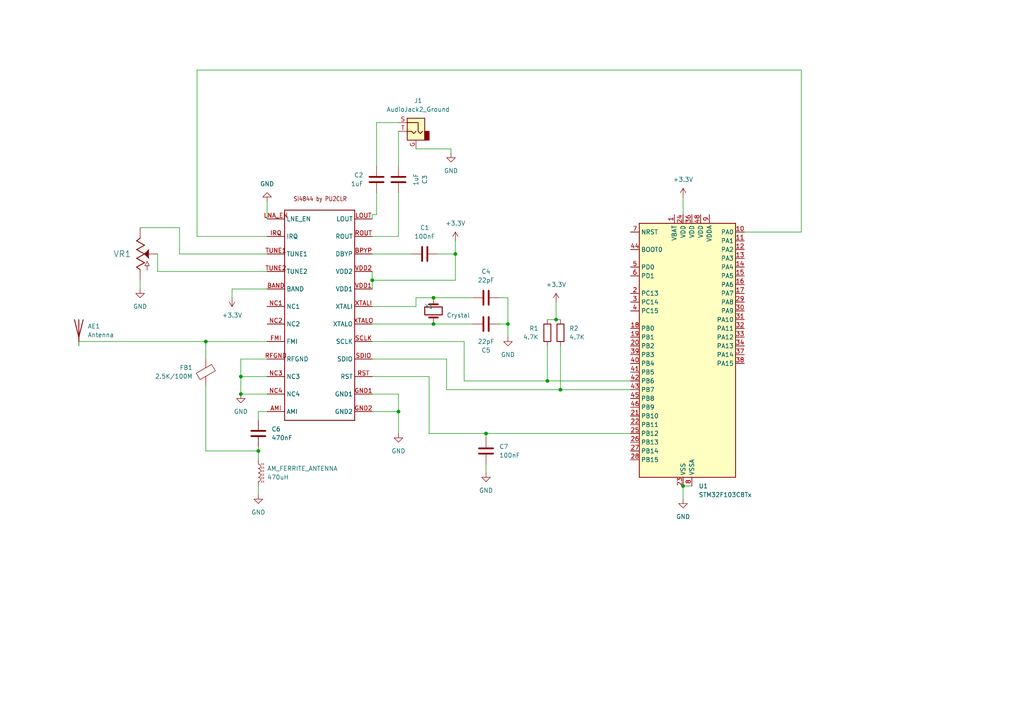
<source format=kicad_sch>
(kicad_sch (version 20230121) (generator eeschema)
  (paper "A4")
  (title_block (title "SI4844 and STM32F103X Setup") (company "Ricardo Lima Caratti"))
  (lib_symbols
    (symbol "Connector_Audio:AudioJack2_Ground"
      (property "Reference" "J" (at 0 8.89 0))
      (property "Value" "AudioJack2_Ground" (at 0 6.35 0))
      (symbol "AudioJack2_Ground_0_1"
        (rectangle (start -2.54 -2.54) (end -3.81 0) (stroke (width 0.254)) (fill (type outline)))
        (polyline (pts (xy 0 0) (xy 0.635 -0.635) (xy 1.27 0) (xy 2.54 0)) (stroke (width 0.254)))
        (polyline (pts (xy 2.54 2.54) (xy -0.635 2.54) (xy -0.635 0) (xy -1.27 -0.635) (xy -1.905 0)) (stroke (width 0.254)))
        (rectangle (start 2.54 3.81) (end -2.54 -2.54) (stroke (width 0.254)) (fill (type background)))
      )
      (symbol "AudioJack2_Ground_1_1"
        (pin passive line (at 0 -5.08 90) (length 2.54) (name "~") (number "G"))
        (pin passive line (at 5.08 2.54 180) (length 2.54) (name "~") (number "S"))
        (pin passive line (at 5.08 0 180) (length 2.54) (name "~") (number "T"))
      )
    )
    (symbol "Device:Antenna" (pin_numbers hide) (pin_names (offset 1.016) hide)
      (property "Reference" "AE" (at -1.905 1.905 0))
      (property "Value" "Antenna" (at -1.905 0 0))
      (symbol "Antenna_0_1"
        (polyline (pts (xy 0 2.54) (xy 0 -3.81)) (stroke (width 0.254)))
        (polyline (pts (xy 1.27 2.54) (xy 0 -2.54) (xy -1.27 2.54)) (stroke (width 0.254)))
      )
      (symbol "Antenna_1_1"
        (pin input line (at 0 -5.08 90) (length 2.54) (name "A") (number "1"))
      )
    )
    (symbol "Device:C" (pin_numbers hide) (pin_names (offset 0.254))
      (property "Reference" "C" (at 0.635 2.54 0))
      (property "Value" "C" (at 0.635 -2.54 0))
      (symbol "C_0_1"
        (polyline (pts (xy -2.032 -0.762) (xy 2.032 -0.762)) (stroke (width 0.508)))
        (polyline (pts (xy -2.032 0.762) (xy 2.032 0.762)) (stroke (width 0.508)))
      )
      (symbol "C_1_1"
        (pin passive line (at 0 3.81 270) (length 2.794) (name "~") (number "1"))
        (pin passive line (at 0 -3.81 90) (length 2.794) (name "~") (number "2"))
      )
    )
    (symbol "Device:Crystal" (pin_numbers hide) (pin_names (offset 1.016) hide)
      (property "Reference" "Y" (at 0 3.81 0))
      (property "Value" "Crystal" (at 0 -3.81 0))
      (symbol "Crystal_0_1"
        (rectangle (start -1.143 2.54) (end 1.143 -2.54) (stroke (width 0.3048)))
        (polyline (pts (xy -2.54 0) (xy -1.905 0)))
        (polyline (pts (xy -1.905 -1.27) (xy -1.905 1.27)) (stroke (width 0.508)))
        (polyline (pts (xy 1.905 -1.27) (xy 1.905 1.27)) (stroke (width 0.508)))
        (polyline (pts (xy 2.54 0) (xy 1.905 0)))
      )
      (symbol "Crystal_1_1"
        (pin passive line (at -3.81 0 0) (length 1.27) (name "1") (number "1"))
        (pin passive line (at 3.81 0 180) (length 1.27) (name "2") (number "2"))
      )
    )
    (symbol "Device:FerriteBead" (pin_numbers hide) (pin_names (offset 0))
      (property "Reference" "FB" (at -3.81 0.635 90))
      (property "Value" "FerriteBead" (at 3.81 0 90))
      (symbol "FerriteBead_0_1"
        (polyline (pts (xy 0 -1.27) (xy 0 -1.2192)))
        (polyline (pts (xy 0 1.27) (xy 0 1.2954)))
        (polyline (pts (xy -2.7686 0.4064) (xy -1.7018 2.2606) (xy 2.7686 -0.3048) (xy 1.6764 -2.159) (xy -2.7686 0.4064)))
      )
      (symbol "FerriteBead_1_1"
        (pin passive line (at 0 3.81 270) (length 2.54) (name "~") (number "1"))
        (pin passive line (at 0 -3.81 90) (length 2.54) (name "~") (number "2"))
      )
    )
    (symbol "Device:L_Ferrite" (pin_numbers hide) (pin_names (offset 1.016) hide)
      (property "Reference" "L" (at -1.27 0 90))
      (property "Value" "L_Ferrite" (at 2.794 0 90))
      (symbol "L_Ferrite_0_1"
        (arc (start 0 -2.54) (mid 0.6323 -1.905) (end 0 -1.27))
        (arc (start 0 -1.27) (mid 0.6323 -0.635) (end 0 0))
        (polyline (pts (xy 1.016 -2.794) (xy 1.016 -2.286)))
        (polyline (pts (xy 1.016 -1.778) (xy 1.016 -1.27)))
        (polyline (pts (xy 1.016 -0.762) (xy 1.016 -0.254)))
        (polyline (pts (xy 1.016 0.254) (xy 1.016 0.762)))
        (polyline (pts (xy 1.016 1.27) (xy 1.016 1.778)))
        (polyline (pts (xy 1.016 2.286) (xy 1.016 2.794)))
        (polyline (pts (xy 1.524 -2.286) (xy 1.524 -2.794)))
        (polyline (pts (xy 1.524 -1.27) (xy 1.524 -1.778)))
        (polyline (pts (xy 1.524 -0.254) (xy 1.524 -0.762)))
        (polyline (pts (xy 1.524 0.762) (xy 1.524 0.254)))
        (polyline (pts (xy 1.524 1.778) (xy 1.524 1.27)))
        (polyline (pts (xy 1.524 2.794) (xy 1.524 2.286)))
        (arc (start 0 0) (mid 0.6323 0.635) (end 0 1.27))
        (arc (start 0 1.27) (mid 0.6323 1.905) (end 0 2.54))
      )
      (symbol "L_Ferrite_1_1"
        (pin passive line (at 0 3.81 270) (length 1.27) (name "1") (number "1"))
        (pin passive line (at 0 -3.81 90) (length 1.27) (name "2") (number "2"))
      )
    )
    (symbol "Device:R" (pin_numbers hide) (pin_names (offset 0))
      (property "Reference" "R" (at 2.032 0 90))
      (property "Value" "R" (at 0 0 90))
      (symbol "R_0_1"
        (rectangle (start -1.016 -2.54) (end 1.016 2.54) (stroke (width 0.254)))
      )
      (symbol "R_1_1"
        (pin passive line (at 0 3.81 270) (length 1.27) (name "~") (number "1"))
        (pin passive line (at 0 -3.81 90) (length 1.27) (name "~") (number "2"))
      )
    )
    (symbol "MCU_ST_STM32F1:STM32F103C8Tx"
      (property "Reference" "U" (at -12.7 39.37 0))
      (property "Value" "STM32F103C8Tx" (at 10.16 39.37 0))
      (symbol "STM32F103C8Tx_0_1"
        (rectangle (start -12.7 -35.56) (end 15.24 38.1) (stroke (width 0.254)) (fill (type background)))
      )
      (symbol "STM32F103C8Tx_1_1"
        (pin power_in line (at -2.54 40.64 270) (length 2.54) (name "VBAT") (number "1"))
        (pin bidirectional line (at 17.78 35.56 180) (length 2.54) (name "PA0") (number "10"))
        (pin bidirectional line (at 17.78 33.02 180) (length 2.54) (name "PA1") (number "11"))
        (pin bidirectional line (at 17.78 30.48 180) (length 2.54) (name "PA2") (number "12"))
        (pin bidirectional line (at 17.78 27.94 180) (length 2.54) (name "PA3") (number "13"))
        (pin bidirectional line (at 17.78 25.4 180) (length 2.54) (name "PA4") (number "14"))
        (pin bidirectional line (at 17.78 22.86 180) (length 2.54) (name "PA5") (number "15"))
        (pin bidirectional line (at 17.78 20.32 180) (length 2.54) (name "PA6") (number "16"))
        (pin bidirectional line (at 17.78 17.78 180) (length 2.54) (name "PA7") (number "17"))
        (pin bidirectional line (at -15.24 7.62 0) (length 2.54) (name "PB0") (number "18"))
        (pin bidirectional line (at -15.24 5.08 0) (length 2.54) (name "PB1") (number "19"))
        (pin bidirectional line (at -15.24 17.78 0) (length 2.54) (name "PC13") (number "2"))
        (pin bidirectional line (at -15.24 2.54 0) (length 2.54) (name "PB2") (number "20"))
        (pin bidirectional line (at -15.24 -17.78 0) (length 2.54) (name "PB10") (number "21"))
        (pin bidirectional line (at -15.24 -20.32 0) (length 2.54) (name "PB11") (number "22"))
        (pin power_in line (at 0 -38.1 90) (length 2.54) (name "VSS") (number "23"))
        (pin power_in line (at 0 40.64 270) (length 2.54) (name "VDD") (number "24"))
        (pin bidirectional line (at -15.24 -22.86 0) (length 2.54) (name "PB12") (number "25"))
        (pin bidirectional line (at -15.24 -25.4 0) (length 2.54) (name "PB13") (number "26"))
        (pin bidirectional line (at -15.24 -27.94 0) (length 2.54) (name "PB14") (number "27"))
        (pin bidirectional line (at -15.24 -30.48 0) (length 2.54) (name "PB15") (number "28"))
        (pin bidirectional line (at 17.78 15.24 180) (length 2.54) (name "PA8") (number "29"))
        (pin bidirectional line (at -15.24 15.24 0) (length 2.54) (name "PC14") (number "3"))
        (pin bidirectional line (at 17.78 12.7 180) (length 2.54) (name "PA9") (number "30"))
        (pin bidirectional line (at 17.78 10.16 180) (length 2.54) (name "PA10") (number "31"))
        (pin bidirectional line (at 17.78 7.62 180) (length 2.54) (name "PA11") (number "32"))
        (pin bidirectional line (at 17.78 5.08 180) (length 2.54) (name "PA12") (number "33"))
        (pin bidirectional line (at 17.78 2.54 180) (length 2.54) (name "PA13") (number "34"))
        (pin passive line (at 0 -38.1 90) (length 2.54) hide (name "VSS") (number "35"))
        (pin power_in line (at 2.54 40.64 270) (length 2.54) (name "VDD") (number "36"))
        (pin bidirectional line (at 17.78 0 180) (length 2.54) (name "PA14") (number "37"))
        (pin bidirectional line (at 17.78 -2.54 180) (length 2.54) (name "PA15") (number "38"))
        (pin bidirectional line (at -15.24 0 0) (length 2.54) (name "PB3") (number "39"))
        (pin bidirectional line (at -15.24 12.7 0) (length 2.54) (name "PC15") (number "4"))
        (pin bidirectional line (at -15.24 -2.54 0) (length 2.54) (name "PB4") (number "40"))
        (pin bidirectional line (at -15.24 -5.08 0) (length 2.54) (name "PB5") (number "41"))
        (pin bidirectional line (at -15.24 -7.62 0) (length 2.54) (name "PB6") (number "42"))
        (pin bidirectional line (at -15.24 -10.16 0) (length 2.54) (name "PB7") (number "43"))
        (pin input line (at -15.24 30.48 0) (length 2.54) (name "BOOT0") (number "44"))
        (pin bidirectional line (at -15.24 -12.7 0) (length 2.54) (name "PB8") (number "45"))
        (pin bidirectional line (at -15.24 -15.24 0) (length 2.54) (name "PB9") (number "46"))
        (pin passive line (at 0 -38.1 90) (length 2.54) hide (name "VSS") (number "47"))
        (pin power_in line (at 5.08 40.64 270) (length 2.54) (name "VDD") (number "48"))
        (pin bidirectional line (at -15.24 25.4 0) (length 2.54) (name "PD0") (number "5"))
        (pin bidirectional line (at -15.24 22.86 0) (length 2.54) (name "PD1") (number "6"))
        (pin input line (at -15.24 35.56 0) (length 2.54) (name "NRST") (number "7"))
        (pin power_in line (at 2.54 -38.1 90) (length 2.54) (name "VSSA") (number "8"))
        (pin power_in line (at 7.62 40.64 270) (length 2.54) (name "VDDA") (number "9"))
      )
    )
    (symbol "SI4844:POTENTIOMETER-PTH-9MM-1/20W-20%"
      (property "Reference" "VR" (at 3.048 -0.254 90))
      (symbol "POTENTIOMETER-PTH-9MM-1/20W-20%_1_0"
        (polyline (pts (xy -1.016 -3.81) (xy 1.27 -2.54)) (stroke (width 0.254)))
        (polyline (pts (xy -1.016 -1.27) (xy 1.27 0)) (stroke (width 0.254)))
        (polyline (pts (xy -1.016 1.27) (xy 1.27 2.54)) (stroke (width 0.254)))
        (polyline (pts (xy -1.016 3.81) (xy 0 4.572)) (stroke (width 0.254)))
        (polyline (pts (xy 0 -5.08) (xy 0 -4.572)) (stroke (width 0.1524)))
        (polyline (pts (xy 0 -4.572) (xy -1.016 -3.81)) (stroke (width 0.254)))
        (polyline (pts (xy 0 4.572) (xy 0 5.08)) (stroke (width 0.1524)))
        (polyline (pts (xy 1.27 -2.54) (xy -1.016 -1.27)) (stroke (width 0.254)))
        (polyline (pts (xy 1.27 0) (xy -1.016 1.27)) (stroke (width 0.254)))
        (polyline (pts (xy 1.27 2.54) (xy -1.016 3.81)) (stroke (width 0.254)))
        (polyline (pts (xy 1.397 -3.429) (xy 2.032 -2.159)) (stroke (width 0.1524)))
        (polyline (pts (xy 2.032 -4.699) (xy 2.032 -3.429)) (stroke (width 0.1524)))
        (polyline (pts (xy 2.032 -3.429) (xy 1.397 -3.429)) (stroke (width 0.1524)))
        (polyline (pts (xy 2.032 -2.159) (xy 2.667 -3.429)) (stroke (width 0.1524)))
        (polyline (pts (xy 2.667 -3.429) (xy 2.032 -3.429)) (stroke (width 0.1524)))
        (polyline (pts (xy 2.54 -1.27) (xy 1.27 0) (xy 2.54 1.27)) (stroke (width 0.2032)) (fill (type outline)))
        (pin passive line (at 0 7.62 270) (length 2.54) (name "E") (number "P$1"))
        (pin passive line (at 5.08 0 180) (length 2.54) (name "S") (number "P$2"))
        (pin passive line (at 0 -7.62 90) (length 2.54) (name "A") (number "P$3"))
      )
    )
    (symbol "SI4844:SI4844"
      (symbol "SI4844_1_0"
        (polyline (pts (xy -17.78 -30.48) (xy 2.54 -30.48)) (stroke (width 0.254)))
        (polyline (pts (xy -17.78 30.48) (xy -17.78 -30.48)) (stroke (width 0.254)))
        (polyline (pts (xy 2.54 -30.48) (xy 2.54 30.48)) (stroke (width 0.254)))
        (polyline (pts (xy 2.54 30.48) (xy -17.78 30.48)) (stroke (width 0.254)))
        (text "SI4844 by PU2CLR" (at -15.24 33.02 0) (effects (font (size 1.27 1.0795)) (justify left bottom)))
        (pin bidirectional line (at -22.86 -27.94 0) (length 5.08) (name "AMI") (number "AMI"))
        (pin bidirectional line (at -22.86 7.62 0) (length 5.08) (name "BAND") (number "BAND"))
        (pin bidirectional line (at 7.62 17.78 180) (length 5.08) (name "DBYP") (number "BPYP"))
        (pin bidirectional line (at -22.86 -7.62 0) (length 5.08) (name "FMI") (number "FMI"))
        (pin bidirectional line (at 7.62 -22.86 180) (length 5.08) (name "GND1") (number "GND1"))
        (pin bidirectional line (at 7.62 -27.94 180) (length 5.08) (name "GND2") (number "GND2"))
        (pin bidirectional line (at -22.86 22.86 0) (length 5.08) (name "IRQ") (number "IRQ"))
        (pin bidirectional line (at -22.86 27.94 0) (length 5.08) (name "LNE_EN") (number "LNA_EN"))
        (pin bidirectional line (at 7.62 27.94 180) (length 5.08) (name "LOUT") (number "LOUT"))
        (pin bidirectional line (at -22.86 2.54 0) (length 5.08) (name "NC1") (number "NC1"))
        (pin bidirectional line (at -22.86 -2.54 0) (length 5.08) (name "NC2") (number "NC2"))
        (pin bidirectional line (at -22.86 -17.78 0) (length 5.08) (name "NC3") (number "NC3"))
        (pin bidirectional line (at -22.86 -22.86 0) (length 5.08) (name "NC4") (number "NC4"))
        (pin bidirectional line (at -22.86 -12.7 0) (length 5.08) (name "RFGND") (number "RFGND"))
        (pin bidirectional line (at 7.62 22.86 180) (length 5.08) (name "ROUT") (number "ROUT"))
        (pin bidirectional line (at 7.62 -17.78 180) (length 5.08) (name "RST") (number "RST"))
        (pin bidirectional line (at 7.62 -7.62 180) (length 5.08) (name "SCLK") (number "SCLK"))
        (pin bidirectional line (at 7.62 -12.7 180) (length 5.08) (name "SDIO") (number "SDIO"))
        (pin bidirectional line (at -22.86 17.78 0) (length 5.08) (name "TUNE1") (number "TUNE1"))
        (pin bidirectional line (at -22.86 12.7 0) (length 5.08) (name "TUNE2") (number "TUNE2"))
        (pin bidirectional line (at 7.62 7.62 180) (length 5.08) (name "VDD1") (number "VDD1"))
        (pin bidirectional line (at 7.62 12.7 180) (length 5.08) (name "VDD2") (number "VDD2"))
        (pin bidirectional line (at 7.62 2.54 180) (length 5.08) (name "XTALI") (number "XTALI"))
        (pin bidirectional line (at 7.62 -2.54 180) (length 5.08) (name "XTALO") (number "XTALO"))
      )
    )
    (symbol "power:+3.3V" (power) (pin_names (offset 0))
      (property "Value" "+3.3V" (at 0 3.556 0))
      (symbol "+3.3V_0_1"
        (polyline (pts (xy -0.762 1.27) (xy 0 2.54)))
        (polyline (pts (xy 0 0) (xy 0 2.54)))
        (polyline (pts (xy 0 2.54) (xy 0.762 1.27)))
      )
      (symbol "+3.3V_1_1"
        (pin power_in line (at 0 0 90) (length 0) hide (name "+3.3V") (number "1"))
      )
    )
    (symbol "power:GND" (power) (pin_names (offset 0))
      (property "Value" "GND" (at 0 -3.81 0))
      (symbol "GND_0_1"
        (polyline (pts (xy 0 0) (xy 0 -1.27) (xy 1.27 -1.27) (xy 0 -2.54) (xy -1.27 -1.27) (xy 0 -1.27)))
      )
      (symbol "GND_1_1"
        (pin power_in line (at 0 0 270) (length 0) hide (name "GND") (number "1"))
      )
    )
  )
  (junction (at 158.75 110.49))
  (junction (at 147.32 93.98))
  (junction (at 59.69 99.06))
  (junction (at 140.97 125.73))
  (junction (at 115.57 119.38))
  (junction (at 69.85 109.22))
  (junction (at 162.56 113.03))
  (junction (at 107.95 81.28))
  (junction (at 125.73 93.98))
  (junction (at 74.93 130.81))
  (junction (at 69.85 114.3))
  (junction (at 125.73 86.36))
  (junction (at 161.29 92.71))
  (junction (at 132.08 73.66))
  (junction (at 198.12 140.97))
  (wire (pts (xy 198.12 140.97) (xy 200.66 140.97)))
  (wire (pts (xy 140.97 134.62) (xy 140.97 137.16)))
  (wire (pts (xy 107.95 81.28) (xy 132.08 81.28)))
  (wire (pts (xy 107.95 114.3) (xy 115.57 114.3)))
  (wire (pts (xy 134.62 110.49) (xy 158.75 110.49)))
  (wire (pts (xy 107.95 68.58) (xy 115.57 68.58)))
  (wire (pts (xy 129.54 104.14) (xy 129.54 113.03)))
  (wire (pts (xy 147.32 86.36) (xy 147.32 93.98)))
  (wire (pts (xy 69.85 114.3) (xy 77.47 114.3)))
  (wire (pts (xy 107.95 73.66) (xy 119.38 73.66)))
  (wire (pts (xy 107.95 93.98) (xy 125.73 93.98)))
  (wire (pts (xy 120.65 43.18) (xy 130.81 43.18)))
  (wire (pts (xy 52.07 73.66) (xy 77.47 73.66)))
  (wire (pts (xy 77.47 58.42) (xy 77.47 63.5)))
  (wire (pts (xy 144.78 93.98) (xy 147.32 93.98)))
  (wire (pts (xy 107.95 78.74) (xy 107.95 81.28)))
  (wire (pts (xy 132.08 69.85) (xy 132.08 73.66)))
  (wire (pts (xy 158.75 110.49) (xy 182.88 110.49)))
  (wire (pts (xy 40.64 66.04) (xy 52.07 66.04)))
  (wire (pts (xy 77.47 83.82) (xy 67.31 83.82)))
  (wire (pts (xy 69.85 109.22) (xy 69.85 114.3)))
  (wire (pts (xy 162.56 100.33) (xy 162.56 113.03)))
  (wire (pts (xy 67.31 83.82) (xy 67.31 86.36)))
  (wire (pts (xy 115.57 119.38) (xy 115.57 125.73)))
  (wire (pts (xy 120.65 86.36) (xy 125.73 86.36)))
  (wire (pts (xy 129.54 113.03) (xy 162.56 113.03)))
  (wire (pts (xy 109.22 35.56) (xy 115.57 35.56)))
  (wire (pts (xy 107.95 109.22) (xy 124.46 109.22)))
  (wire (pts (xy 115.57 38.1) (xy 115.57 48.26)))
  (wire (pts (xy 107.95 119.38) (xy 115.57 119.38)))
  (wire (pts (xy 232.41 20.32) (xy 232.41 67.31)))
  (wire (pts (xy 77.47 68.58) (xy 57.15 68.58)))
  (wire (pts (xy 162.56 113.03) (xy 182.88 113.03)))
  (wire (pts (xy 59.69 99.06) (xy 77.47 99.06)))
  (wire (pts (xy 45.72 73.66) (xy 45.72 78.74)))
  (wire (pts (xy 161.29 87.63) (xy 161.29 92.71)))
  (wire (pts (xy 140.97 125.73) (xy 182.88 125.73)))
  (wire (pts (xy 115.57 55.88) (xy 115.57 68.58)))
  (wire (pts (xy 107.95 63.5) (xy 107.95 62.23)))
  (wire (pts (xy 59.69 111.76) (xy 59.69 130.81)))
  (wire (pts (xy 130.81 43.18) (xy 130.81 44.45)))
  (wire (pts (xy 132.08 73.66) (xy 132.08 81.28)))
  (wire (pts (xy 144.78 86.36) (xy 147.32 86.36)))
  (wire (pts (xy 69.85 104.14) (xy 69.85 109.22)))
  (wire (pts (xy 107.95 81.28) (xy 107.95 83.82)))
  (wire (pts (xy 120.65 88.9) (xy 120.65 86.36)))
  (wire (pts (xy 59.69 130.81) (xy 74.93 130.81)))
  (wire (pts (xy 124.46 125.73) (xy 140.97 125.73)))
  (wire (pts (xy 109.22 62.23) (xy 109.22 55.88)))
  (wire (pts (xy 22.86 99.06) (xy 59.69 99.06)))
  (wire (pts (xy 107.95 88.9) (xy 120.65 88.9)))
  (wire (pts (xy 215.9 67.31) (xy 232.41 67.31)))
  (wire (pts (xy 107.95 62.23) (xy 109.22 62.23)))
  (wire (pts (xy 45.72 78.74) (xy 77.47 78.74)))
  (wire (pts (xy 147.32 93.98) (xy 147.32 97.79)))
  (wire (pts (xy 74.93 129.54) (xy 74.93 130.81)))
  (wire (pts (xy 198.12 57.15) (xy 198.12 62.23)))
  (wire (pts (xy 107.95 99.06) (xy 134.62 99.06)))
  (wire (pts (xy 57.15 20.32) (xy 232.41 20.32)))
  (wire (pts (xy 52.07 66.04) (xy 52.07 73.66)))
  (wire (pts (xy 22.86 100.33) (xy 22.86 99.06)))
  (wire (pts (xy 140.97 125.73) (xy 140.97 127)))
  (wire (pts (xy 74.93 119.38) (xy 74.93 121.92)))
  (wire (pts (xy 107.95 104.14) (xy 129.54 104.14)))
  (wire (pts (xy 161.29 92.71) (xy 162.56 92.71)))
  (wire (pts (xy 158.75 100.33) (xy 158.75 110.49)))
  (wire (pts (xy 77.47 119.38) (xy 74.93 119.38)))
  (wire (pts (xy 57.15 68.58) (xy 57.15 20.32)))
  (wire (pts (xy 40.64 81.28) (xy 40.64 83.82)))
  (wire (pts (xy 134.62 99.06) (xy 134.62 110.49)))
  (wire (pts (xy 125.73 93.98) (xy 137.16 93.98)))
  (wire (pts (xy 59.69 104.14) (xy 59.69 99.06)))
  (wire (pts (xy 109.22 48.26) (xy 109.22 35.56)))
  (wire (pts (xy 74.93 140.97) (xy 74.93 143.51)))
  (wire (pts (xy 125.73 86.36) (xy 137.16 86.36)))
  (wire (pts (xy 127 73.66) (xy 132.08 73.66)))
  (wire (pts (xy 158.75 92.71) (xy 161.29 92.71)))
  (wire (pts (xy 198.12 140.97) (xy 198.12 144.78)))
  (wire (pts (xy 74.93 130.81) (xy 74.93 133.35)))
  (wire (pts (xy 124.46 109.22) (xy 124.46 125.73)))
  (wire (pts (xy 115.57 114.3) (xy 115.57 119.38)))
  (wire (pts (xy 77.47 104.14) (xy 69.85 104.14)))
  (wire (pts (xy 77.47 109.22) (xy 69.85 109.22)))
  (symbol (lib_id "power:+3.3V") (at 198.12 57.15 0) (unit 1)
    (property "Reference" "#PWR013" (effects hide))
    (property "Value" "+3.3V" (at 198.12 52.07 0))
  )
  (symbol (lib_id "Device:C") (at 115.57 52.07 0) (mirror y) (unit 1)
    (property "Reference" "C3" (at 123.19 52.07 90))
    (property "Value" "1uF" (at 120.65 52.07 90))
  )
  (symbol (lib_id "SI4844:POTENTIOMETER-PTH-9MM-1/20W-20%") (at 40.64 73.66 0) (unit 1)
    (property "Reference" "VR1" (at 38.1 73.66 0) (effects (font (size 1.778 1.778)) (justify right)))
    (property "Footprint" "SI4844_01:POT-PTH-ALPS" (effects hide))
  )
  (symbol (lib_id "power:GND") (at 140.97 137.16 0) (unit 1)
    (property "Reference" "#PWR011" (effects hide))
    (property "Value" "GND" (at 140.97 142.24 0))
  )
  (symbol (lib_id "power:GND") (at 130.81 44.45 0) (unit 1)
    (property "Reference" "#PWR05" (effects hide))
    (property "Value" "GND" (at 130.81 49.53 0))
  )
  (symbol (lib_id "Connector_Audio:AudioJack2_Ground") (at 120.65 38.1 0) (mirror y) (unit 1)
    (property "Reference" "J1" (at 121.285 29.21 0))
    (property "Value" "AudioJack2_Ground" (at 121.285 31.75 0))
  )
  (symbol (lib_id "Device:C") (at 140.97 86.36 270) (unit 1)
    (property "Reference" "C4" (at 140.97 78.74 90))
    (property "Value" "22pF" (at 140.97 81.28 90))
  )
  (symbol (lib_id "Device:FerriteBead") (at 59.69 107.95 0) (mirror y) (unit 1)
    (property "Reference" "FB1" (at 55.88 106.6292 0) (effects (justify left)))
    (property "Value" "2.5K/100M" (at 55.88 109.1692 0) (effects (justify left)))
  )
  (symbol (lib_id "power:GND") (at 198.12 144.78 0) (unit 1)
    (property "Reference" "#PWR012" (effects hide))
    (property "Value" "GND" (at 198.12 149.86 0))
  )
  (symbol (lib_id "power:GND") (at 40.64 83.82 0) (unit 1)
    (property "Reference" "#PWR010" (effects hide))
    (property "Value" "GND" (at 40.64 88.9 0))
  )
  (symbol (lib_id "Device:L_Ferrite") (at 74.93 137.16 0) (unit 1)
    (property "Reference" "AM_FERRITE_ANTENNA" (at 77.47 135.89 0) (effects (justify left)))
    (property "Value" "470uH" (at 77.47 138.43 0) (effects (justify left)))
  )
  (symbol (lib_id "Device:C") (at 109.22 52.07 0) (mirror y) (unit 1)
    (property "Reference" "C2" (at 105.41 50.8 0) (effects (justify left)))
    (property "Value" "1uF" (at 105.41 53.34 0) (effects (justify left)))
  )
  (symbol (lib_id "SI4844:SI4844") (at 100.33 91.44 0) (unit 1)
    (property "Reference" "SI1" (effects hide))
    (property "Footprint" "SI4844_01:SSOP24" (effects hide))
  )
  (symbol (lib_id "Device:R") (at 162.56 96.52 0) (unit 1)
    (property "Reference" "R2" (at 165.1 95.25 0) (effects (justify left)))
    (property "Value" "4.7K" (at 165.1 97.79 0) (effects (justify left)))
  )
  (symbol (lib_id "power:GND") (at 77.47 58.42 180) (unit 1)
    (property "Reference" "#PWR08" (effects hide))
    (property "Value" "GND" (at 77.47 53.34 0))
  )
  (symbol (lib_id "power:+3.3V") (at 132.08 69.85 0) (unit 1)
    (property "Reference" "#PWR01" (effects hide))
    (property "Value" "+3.3V" (at 132.08 64.77 0))
  )
  (symbol (lib_id "power:GND") (at 147.32 97.79 0) (unit 1)
    (property "Reference" "#PWR02" (effects hide))
    (property "Value" "GND" (at 147.32 102.87 0))
  )
  (symbol (lib_id "power:+3.3V") (at 161.29 87.63 0) (unit 1)
    (property "Reference" "#PWR04" (effects hide))
    (property "Value" "+3.3V" (at 161.29 82.55 0))
  )
  (symbol (lib_id "Device:R") (at 158.75 96.52 0) (mirror y) (unit 1)
    (property "Reference" "R1" (at 156.21 95.25 0) (effects (justify left)))
    (property "Value" "4.7K" (at 156.21 97.79 0) (effects (justify left)))
  )
  (symbol (lib_id "power:GND") (at 115.57 125.73 0) (unit 1)
    (property "Reference" "#PWR03" (effects hide))
    (property "Value" "GND" (at 115.57 130.81 0))
  )
  (symbol (lib_id "Device:C") (at 123.19 73.66 270) (unit 1)
    (property "Reference" "C1" (at 123.19 66.04 90))
    (property "Value" "100nF" (at 123.19 68.58 90))
  )
  (symbol (lib_id "power:GND") (at 69.85 114.3 0) (unit 1)
    (property "Reference" "#PWR07" (effects hide))
    (property "Value" "GND" (at 69.85 119.38 0))
  )
  (symbol (lib_id "Device:C") (at 140.97 130.81 0) (unit 1)
    (property "Reference" "C7" (at 144.78 129.54 0) (effects (justify left)))
    (property "Value" "100nF" (at 144.78 132.08 0) (effects (justify left)))
  )
  (symbol (lib_id "Device:Antenna") (at 22.86 95.25 0) (unit 1)
    (property "Reference" "AE1" (at 25.4 94.615 0) (effects (justify left)))
    (property "Value" "Antenna" (at 25.4 97.155 0) (effects (justify left)))
  )
  (symbol (lib_id "MCU_ST_STM32F1:STM32F103C8Tx") (at 198.12 102.87 0) (unit 1)
    (property "Reference" "U1" (at 202.6159 140.97 0) (effects (justify left)))
    (property "Value" "STM32F103C8Tx" (at 202.6159 143.51 0) (effects (justify left)))
    (property "Footprint" "Package_QFP:LQFP-48_7x7mm_P0.5mm" (effects hide))
    (property "Datasheet" "https://www.st.com/resource/en/datasheet/stm32f103c8.pdf" (effects hide))
  )
  (symbol (lib_id "power:GND") (at 74.93 143.51 0) (unit 1)
    (property "Reference" "#PWR06" (effects hide))
    (property "Value" "GND" (at 74.93 148.59 0))
  )
  (symbol (lib_id "Device:C") (at 74.93 125.73 0) (unit 1)
    (property "Reference" "C6" (at 78.74 124.46 0) (effects (justify left)))
    (property "Value" "470nF" (at 78.74 127 0) (effects (justify left)))
  )
  (symbol (lib_id "power:+3.3V") (at 67.31 86.36 180) (unit 1)
    (property "Reference" "#PWR09" (effects hide))
    (property "Value" "+3.3V" (at 67.31 91.44 0))
  )
  (symbol (lib_id "Device:Crystal") (at 125.73 90.17 270) (unit 1)
    (property "Reference" "Y1" (at 123.19 88.9 90) (effects (justify left)))
    (property "Value" "Crystal" (at 129.54 91.44 90) (effects (justify left)))
  )
  (symbol (lib_id "Device:C") (at 140.97 93.98 270) (mirror x) (unit 1)
    (property "Reference" "C5" (at 140.97 101.6 90))
    (property "Value" "22pF" (at 140.97 99.06 90))
  )
)
</source>
